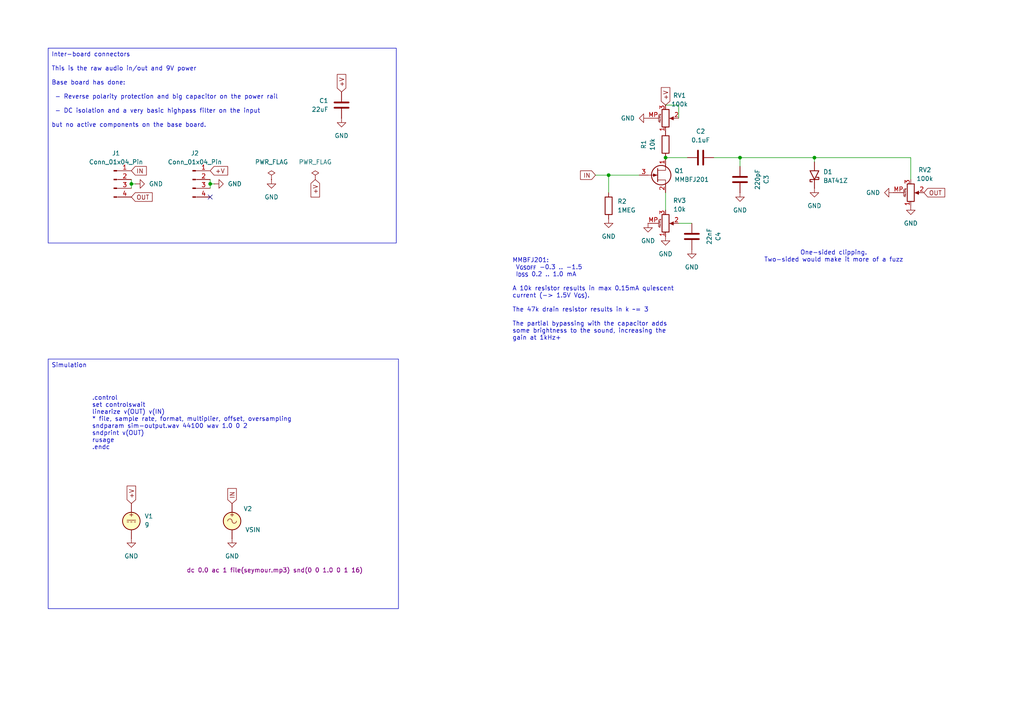
<source format=kicad_sch>
(kicad_sch (version 20231212) (generator "eeschema") (generator_version "9.0")
  (paper "A4")
  (title_block (title "Discrete JFET fuzz") (date "2025-07-08") (rev "v1.0"))
  (lib_symbols
    (symbol "Connector:Conn_01x04_Pin" (pin_names (offset 1.016) (hide yes))
      (property "Reference" "J" (at 0 5.08 0))
      (property "Value" "Conn_01x04_Pin" (at 0 -7.62 0))
      (symbol "Conn_01x04_Pin_1_1"
        (rectangle (start 0.8636 2.667) (end 0 2.413) (stroke (width 0.1524)) (fill (type outline)))
        (rectangle (start 0.8636 0.127) (end 0 -0.127) (stroke (width 0.1524)) (fill (type outline)))
        (rectangle (start 0.8636 -2.413) (end 0 -2.667) (stroke (width 0.1524)) (fill (type outline)))
        (rectangle (start 0.8636 -4.953) (end 0 -5.207) (stroke (width 0.1524)) (fill (type outline)))
        (polyline (pts (xy 1.27 2.54) (xy 0.8636 2.54)) (stroke (width 0.1524)))
        (polyline (pts (xy 1.27 0) (xy 0.8636 0)) (stroke (width 0.1524)))
        (polyline (pts (xy 1.27 -2.54) (xy 0.8636 -2.54)) (stroke (width 0.1524)))
        (polyline (pts (xy 1.27 -5.08) (xy 0.8636 -5.08)) (stroke (width 0.1524)))
        (pin passive line (at 5.08 2.54 180) (length 3.81) (name "Pin_1") (number "1"))
        (pin passive line (at 5.08 0 180) (length 3.81) (name "Pin_2") (number "2"))
        (pin passive line (at 5.08 -2.54 180) (length 3.81) (name "Pin_3") (number "3"))
        (pin passive line (at 5.08 -5.08 180) (length 3.81) (name "Pin_4") (number "4"))
      )
    )
    (symbol "Device:C" (pin_numbers (hide yes)) (pin_names (offset 0.254))
      (property "Reference" "C" (at 0.635 2.54 0))
      (property "Value" "C" (at 0.635 -2.54 0))
      (symbol "C_0_1"
        (polyline (pts (xy -2.032 0.762) (xy 2.032 0.762)) (stroke (width 0.508)))
        (polyline (pts (xy -2.032 -0.762) (xy 2.032 -0.762)) (stroke (width 0.508)))
      )
      (symbol "C_1_1"
        (pin passive line (at 0 3.81 270) (length 2.794) (name "") (number "1"))
        (pin passive line (at 0 -3.81 90) (length 2.794) (name "") (number "2"))
      )
    )
    (symbol "Device:R" (pin_numbers (hide yes)) (pin_names (offset 0))
      (property "Reference" "R" (at 2.032 0 90))
      (property "Value" "R" (at 0 0 90))
      (symbol "R_0_1"
        (rectangle (start -1.016 -2.54) (end 1.016 2.54) (stroke (width 0.254)))
      )
      (symbol "R_1_1"
        (pin passive line (at 0 3.81 270) (length 1.27) (name "") (number "1"))
        (pin passive line (at 0 -3.81 90) (length 1.27) (name "") (number "2"))
      )
    )
    (symbol "Device:R_Potentiometer_MountingPin" (pin_names (offset 1.016) (hide yes))
      (property "Reference" "RV" (at -8.255 0 90))
      (property "Value" "R_Potentiometer_MountingPin" (at -6.35 0 90))
      (symbol "R_Potentiometer_MountingPin_0_1"
        (rectangle (start 1.016 2.54) (end -1.016 -2.54) (stroke (width 0.254)))
        (polyline (pts (xy 1.143 0) (xy 2.286 0.508) (xy 2.286 -0.508)) (fill (type outline)))
        (polyline (pts (xy 2.54 0) (xy 1.524 0)))
      )
      (symbol "R_Potentiometer_MountingPin_1_1"
        (polyline (pts (xy -2.032 1.016) (xy -2.032 -1.016)) (stroke (width 0.1524)))
        (text "Mounting" (at -1.651 0 900) (effects (font (size 0.381 0.381))))
        (pin passive line (at -5.08 0 0) (length 3.048) (name "MountPin") (number "MP"))
        (pin passive line (at 0 3.81 270) (length 1.27) (name "1") (number "1"))
        (pin passive line (at 0 -3.81 90) (length 1.27) (name "3") (number "3"))
        (pin passive line (at 3.81 0 180) (length 1.27) (name "2") (number "2"))
      )
    )
    (symbol "Mylib:BAT41ZFILM" (pin_numbers (hide yes)) (pin_names (hide yes))
      (property "Reference" "D" (at 0 2.794 0))
      (property "Value" "BAT41Z" (at 0 5.08 0))
      (symbol "BAT41ZFILM_0_1"
        (polyline (pts (xy -1.905 0.635) (xy -1.905 1.27) (xy -1.27 1.27) (xy -1.27 -1.27) (xy -0.635 -1.27) (xy -0.635 -0.635)) (stroke (width 0.254)))
        (polyline (pts (xy 1.27 1.27) (xy 1.27 -1.27) (xy -1.27 0) (xy 1.27 1.27)) (stroke (width 0.254)))
      )
      (symbol "BAT41ZFILM_1_1"
        (pin passive line (at -3.81 0 0) (length 2.54) (name "K") (number "1"))
        (pin passive line (at 3.81 0 180) (length 2.54) (name "A") (number "2"))
      )
    )
    (symbol "Simulation_SPICE:VDC" (pin_numbers (hide yes)) (pin_names (offset 0.0254))
      (property "Reference" "V" (at 2.54 2.54 0))
      (property "Value" "1" (at 2.54 0 0))
      (symbol "VDC_0_0"
        (polyline (pts (xy -1.27 0.254) (xy 1.27 0.254)))
        (polyline (pts (xy -0.762 -0.254) (xy -1.27 -0.254)))
        (polyline (pts (xy 0.254 -0.254) (xy -0.254 -0.254)))
        (polyline (pts (xy 1.27 -0.254) (xy 0.762 -0.254)))
        (text "+" (at 0 1.905 0) (effects (font (size 1.27 1.27))))
      )
      (symbol "VDC_0_1"
        (circle (center 0 0) (radius 2.54) (stroke (width 0.254)) (fill (type background)))
      )
      (symbol "VDC_1_1"
        (pin passive line (at 0 5.08 270) (length 2.54) (name "") (number "1"))
        (pin passive line (at 0 -5.08 90) (length 2.54) (name "") (number "2"))
      )
    )
    (symbol "Simulation_SPICE:VSIN" (pin_numbers (hide yes)) (pin_names (offset 0.0254))
      (property "Reference" "V" (at 2.54 2.54 0))
      (property "Value" "VSIN" (at 2.54 0 0))
      (property "Sim.Params" "dc=0 ampl=1 f=1k ac=1" (at 2.54 -2.54 0))
      (symbol "VSIN_0_0"
        (arc (start -1.27 0) (mid -0.635 0.6323) (end 0 0))
        (arc (start 1.27 0) (mid 0.635 -0.6323) (end 0 0))
        (text "+" (at 0 1.905 0) (effects (font (size 1.27 1.27))))
      )
      (symbol "VSIN_0_1"
        (circle (center 0 0) (radius 2.54) (stroke (width 0.254)) (fill (type background)))
      )
      (symbol "VSIN_1_1"
        (pin passive line (at 0 5.08 270) (length 2.54) (name "") (number "1"))
        (pin passive line (at 0 -5.08 90) (length 2.54) (name "") (number "2"))
      )
    )
    (symbol "Transistor_FET:MMBFJ112" (pin_names (hide yes))
      (property "Reference" "Q" (at 5.08 1.905 0))
      (property "Value" "MMBFJ112" (at 5.08 0 0))
      (symbol "MMBFJ112_0_1"
        (polyline (pts (xy 0 0) (xy -1.016 0.381) (xy -1.016 -0.381) (xy 0 0)) (fill (type outline)))
        (polyline (pts (xy 0.254 1.905) (xy 0.254 -1.905)) (stroke (width 0.254)))
        (polyline (pts (xy 0.254 0) (xy -2.54 0)))
        (circle (center 1.27 0) (radius 2.8194) (stroke (width 0.254)))
        (polyline (pts (xy 2.54 2.54) (xy 2.54 1.397) (xy 0.254 1.397)))
        (polyline (pts (xy 2.54 -2.54) (xy 2.54 -1.397) (xy 0.254 -1.397)))
      )
      (symbol "MMBFJ112_1_1"
        (pin input line (at -5.08 0 0) (length 2.54) (name "G") (number "3"))
        (pin passive line (at 2.54 5.08 270) (length 2.54) (name "D") (number "1"))
        (pin passive line (at 2.54 -5.08 90) (length 2.54) (name "S") (number "2"))
      )
    )
    (symbol "power:GND" (power) (pin_numbers (hide yes)) (pin_names (offset 0) (hide yes))
      (property "Value" "GND" (at 0 -3.81 0))
      (symbol "GND_0_1"
        (polyline (pts (xy 0 0) (xy 0 -1.27) (xy 1.27 -1.27) (xy 0 -2.54) (xy -1.27 -1.27) (xy 0 -1.27)))
      )
      (symbol "GND_1_1"
        (pin power_in line (at 0 0 270) (length 0) (name "") (number "1"))
      )
    )
    (symbol "power:PWR_FLAG" (power) (pin_numbers (hide yes)) (pin_names (offset 0) (hide yes))
      (property "Value" "PWR_FLAG" (at 0 3.81 0))
      (symbol "PWR_FLAG_0_0"
        (pin power_out line (at 0 0 90) (length 0) (name "") (number "1"))
      )
      (symbol "PWR_FLAG_0_1"
        (polyline (pts (xy 0 0) (xy 0 1.27) (xy -1.016 1.905) (xy 0 2.54) (xy 1.016 1.905) (xy 0 1.27)))
      )
    )
  )
  (text "MMBFJ201:\n V_{GSOFF} -0.3 .. -1.5\n I_{DSS} 0.2 .. 1.0 mA\n\nA 10k resistor results in max 0.15mA quiescent\ncurrent (-> 1.5V V_{GS}).\n\nThe 47k drain resistor results in k ~= 3\n\nThe partial bypassing with the capacitor adds\nsome brightness to the sound, increasing the\ngain at 1kHz+" (at 148.59 86.868 0) (effects (font (size 1.27 1.27)) (justify left)))
  (text "One-sided clipping.\nTwo-sided would make it more of a fuzz" (at 241.808 74.422 0) (effects (font (size 1.27 1.27))))
  (text ".control\nset controlswait\nlinearize v(OUT) v(IN)\n* file, sample rate, format, multiplier, offset, oversampling\nsndparam sim-output.wav 44100 wav 1.0 0 2\nsndprint v(OUT)\nrusage\n.endc\n" (at 26.67 122.682 0) (effects (font (size 1.27 1.27)) (justify left)))
  (text_box "Simulation" (at 13.97 104.14 0) (size 101.6 72.39) (margins 0.9525 0.9525 0.9525 0.9525) (effects (font (size 1.27 1.27)) (justify left top)))
  (text_box "Inter-board connectors\n\nThis is the raw audio in/out and 9V power\n\nBase board has done:\n\n - Reverse polarity protection and big capacitor on the power rail\n\n - DC isolation and a very basic highpass filter on the input\n\nbut no active components on the base board." (at 13.97 13.97 0) (size 100.965 56.515) (margins 0.9525 0.9525 0.9525 0.9525) (effects (font (size 1.27 1.27)) (justify left top)))
  (junction (at 214.63 45.72))
  (junction (at 176.53 50.8))
  (junction (at 38.1 53.34))
  (junction (at 60.96 53.34))
  (junction (at 236.22 45.72))
  (junction (at 193.04 45.72))
  (no_connect (at 60.96 57.15))
  (wire (pts (xy 207.01 45.72) (xy 214.63 45.72)))
  (wire (pts (xy 196.85 64.77) (xy 200.66 64.77)))
  (wire (pts (xy 38.1 52.07) (xy 38.1 53.34)))
  (wire (pts (xy 214.63 48.26) (xy 214.63 45.72)))
  (wire (pts (xy 214.63 45.72) (xy 236.22 45.72)))
  (wire (pts (xy 38.1 53.34) (xy 39.37 53.34)))
  (wire (pts (xy 60.96 53.34) (xy 60.96 54.61)))
  (wire (pts (xy 236.22 45.72) (xy 264.16 45.72)))
  (wire (pts (xy 236.22 46.99) (xy 236.22 45.72)))
  (wire (pts (xy 196.85 30.48) (xy 193.04 30.48)))
  (wire (pts (xy 193.04 55.88) (xy 193.04 60.96)))
  (wire (pts (xy 38.1 53.34) (xy 38.1 54.61)))
  (wire (pts (xy 193.04 45.72) (xy 199.39 45.72)))
  (wire (pts (xy 172.72 50.8) (xy 176.53 50.8)))
  (wire (pts (xy 176.53 50.8) (xy 176.53 55.88)))
  (wire (pts (xy 60.96 53.34) (xy 62.23 53.34)))
  (wire (pts (xy 196.85 34.29) (xy 196.85 30.48)))
  (wire (pts (xy 176.53 50.8) (xy 185.42 50.8)))
  (wire (pts (xy 264.16 45.72) (xy 264.16 52.07)))
  (wire (pts (xy 60.96 52.07) (xy 60.96 53.34)))
  (global_label "+V" (shape input) (at 99.06 26.67 90) (property "Intersheetrefs" "${INTERSHEET_REFS}" (hide yes)))
  (global_label "+V" (shape input) (at 38.1 146.05 90) (property "Intersheetrefs" "${INTERSHEET_REFS}" (hide yes)))
  (global_label "OUT" (shape input) (at 38.1 57.15 0) (property "Intersheetrefs" "${INTERSHEET_REFS}" (hide yes)))
  (global_label "+V" (shape input) (at 91.44 52.07 270) (property "Intersheetrefs" "${INTERSHEET_REFS}" (hide yes)))
  (global_label "IN" (shape input) (at 38.1 49.53 0) (property "Intersheetrefs" "${INTERSHEET_REFS}" (hide yes)))
  (global_label "+V" (shape input) (at 60.96 49.53 0) (property "Intersheetrefs" "${INTERSHEET_REFS}" (hide yes)))
  (global_label "+V" (shape input) (at 193.04 30.48 90) (property "Intersheetrefs" "${INTERSHEET_REFS}" (hide yes)))
  (global_label "IN" (shape input) (at 172.72 50.8 180) (property "Intersheetrefs" "${INTERSHEET_REFS}" (hide yes)))
  (global_label "OUT" (shape input) (at 267.97 55.88 0) (property "Intersheetrefs" "${INTERSHEET_REFS}" (hide yes)))
  (global_label "IN" (shape input) (at 67.31 146.05 90) (property "Intersheetrefs" "${INTERSHEET_REFS}" (hide yes)))
  (symbol (lib_id "Device:C") (at 200.66 68.58 0) (mirror x) (unit 1)
    (property "Reference" "C4" (at 208.28 68.58 90))
    (property "Value" "22nF" (at 205.74 68.58 90))
    (property "Footprint" "Capacitor_SMD:C_0805_2012Metric" (hide yes))
    (property "Description" "Unpolarized capacitor" (hide yes))
  )
  (symbol (lib_id "power:PWR_FLAG") (at 91.44 52.07 0) (unit 1)
    (property "Reference" "#FLG02" (hide yes))
    (property "Value" "PWR_FLAG" (at 91.44 46.99 0))
    (property "Description" "Special symbol for telling ERC where power comes from" (hide yes))
  )
  (symbol (lib_id "power:PWR_FLAG") (at 78.74 52.07 0) (unit 1)
    (property "Reference" "#FLG01" (hide yes))
    (property "Value" "PWR_FLAG" (at 78.74 46.99 0))
    (property "Description" "Special symbol for telling ERC where power comes from" (hide yes))
  )
  (symbol (lib_id "power:GND") (at 264.16 59.69 0) (unit 1)
    (property "Reference" "#PWR09" (hide yes))
    (property "Value" "GND" (at 264.16 64.77 0))
    (property "Description" "Power symbol creates a global label with name \"GND\" , ground" (hide yes))
  )
  (symbol (lib_id "power:GND") (at 236.22 54.61 0) (unit 1)
    (property "Reference" "#PWR06" (hide yes))
    (property "Value" "GND" (at 236.22 59.69 0))
    (property "Description" "Power symbol creates a global label with name \"GND\" , ground" (hide yes))
  )
  (symbol (lib_id "power:GND") (at 62.23 53.34 90) (unit 1)
    (property "Reference" "#PWR05" (hide yes))
    (property "Value" "GND" (at 66.04 53.3399 90) (effects (justify right)))
    (property "Description" "Power symbol creates a global label with name \"GND\" , ground" (hide yes))
  )
  (symbol (lib_id "Device:R_Potentiometer_MountingPin") (at 193.04 64.77 0) (mirror x) (unit 1)
    (property "Reference" "RV3" (at 197.104 58.166 0))
    (property "Value" "10k" (at 197.104 60.706 0))
    (property "Footprint" "Mylib:Potentiometer_9mm_MP" (hide yes))
    (property "Description" "Potentiometer with a mounting pin" (hide yes))
    (property "Sim.Device" "R" (hide yes))
    (property "Sim.Type" "POT" (hide yes))
    (property "Sim.Pins" "1=r0 2=wiper 3=r1" (hide yes))
    (property "Sim.Params" "r=10k pos=0.5" (hide yes))
  )
  (symbol (lib_id "power:GND") (at 200.66 72.39 0) (unit 1)
    (property "Reference" "#PWR013" (hide yes))
    (property "Value" "GND" (at 200.66 77.47 0))
    (property "Description" "Power symbol creates a global label with name \"GND\" , ground" (hide yes))
  )
  (symbol (lib_id "power:GND") (at 38.1 156.21 0) (unit 1)
    (property "Reference" "#PWR014" (hide yes))
    (property "Value" "GND" (at 38.1 161.29 0))
    (property "Description" "Power symbol creates a global label with name \"GND\" , ground" (hide yes))
  )
  (symbol (lib_id "Mylib:BAT41ZFILM") (at 236.22 50.8 90) (unit 1)
    (property "Reference" "D1" (at 238.76 49.8474 90) (effects (justify right)))
    (property "Value" "BAT41Z" (at 238.76 52.3874 90) (effects (justify right)))
    (property "Footprint" "Diode_SMD:D_SOD-123" (hide yes))
    (property "Datasheet" "https://www.mouser.com/datasheet/2/389/bat41-1848934.pdf" (hide yes))
    (property "Description" "100 V, 200 mA Surface Mount General Purpose Signal Schottky Diode" (hide yes))
    (property "Sim.Device" "D" (hide yes))
    (property "Sim.Pins" "1=K 2=A" (hide yes))
    (property "Sim.Library" "/home/torvalds/KiCad/sim/BAT41.lib" (hide yes))
    (property "Sim.Name" "BAT41" (hide yes))
  )
  (symbol (lib_id "Device:R_Potentiometer_MountingPin") (at 264.16 55.88 0) (mirror x) (unit 1)
    (property "Reference" "RV2" (at 268.224 49.276 0))
    (property "Value" "100k" (at 268.224 51.816 0))
    (property "Footprint" "Mylib:Potentiometer_9mm_MP" (hide yes))
    (property "Description" "Potentiometer with a mounting pin" (hide yes))
    (property "Sim.Device" "R" (hide yes))
    (property "Sim.Type" "POT" (hide yes))
    (property "Sim.Pins" "1=r0 2=wiper 3=r1" (hide yes))
    (property "Sim.Params" "r=100k pos=0.5" (hide yes))
  )
  (symbol (lib_id "Device:C") (at 203.2 45.72 270) (mirror x) (unit 1)
    (property "Reference" "C2" (at 203.2 38.1 90))
    (property "Value" "0.1uF" (at 203.2 40.64 90))
    (property "Footprint" "Mylib:C_0704_1810Metric" (hide yes))
    (property "Description" "Unpolarized capacitor" (hide yes))
  )
  (symbol (lib_id "power:GND") (at 78.74 52.07 0) (unit 1)
    (property "Reference" "#PWR03" (hide yes))
    (property "Value" "GND" (at 78.74 57.15 0))
    (property "Description" "Power symbol creates a global label with name \"GND\" , ground" (hide yes))
  )
  (symbol (lib_id "power:GND") (at 187.96 34.29 270) (unit 1)
    (property "Reference" "#PWR02" (hide yes))
    (property "Value" "GND" (at 184.15 34.2899 90) (effects (justify right)))
    (property "Description" "Power symbol creates a global label with name \"GND\" , ground" (hide yes))
  )
  (symbol (lib_id "power:GND") (at 176.53 63.5 0) (unit 1)
    (property "Reference" "#PWR010" (hide yes))
    (property "Value" "GND" (at 176.53 68.58 0))
    (property "Description" "Power symbol creates a global label with name \"GND\" , ground" (hide yes))
  )
  (symbol (lib_id "Connector:Conn_01x04_Pin") (at 33.02 52.07 0) (unit 1) (exclude_from_sim yes)
    (property "Reference" "J1" (at 33.655 44.45 0))
    (property "Value" "Conn_01x04_Pin" (at 33.655 46.99 0))
    (property "Footprint" "Connector_PinHeader_2.54mm:PinHeader_1x04_P2.54mm_Vertical" (hide yes))
    (property "Description" "Generic connector, single row, 01x04, script generated" (hide yes))
  )
  (symbol (lib_id "power:GND") (at 67.31 156.21 0) (unit 1)
    (property "Reference" "#PWR015" (hide yes))
    (property "Value" "GND" (at 67.31 161.29 0))
    (property "Description" "Power symbol creates a global label with name \"GND\" , ground" (hide yes))
  )
  (symbol (lib_id "power:GND") (at 193.04 68.58 0) (unit 1)
    (property "Reference" "#PWR012" (hide yes))
    (property "Value" "GND" (at 193.04 73.66 0))
    (property "Description" "Power symbol creates a global label with name \"GND\" , ground" (hide yes))
  )
  (symbol (lib_id "Device:R") (at 176.53 59.69 0) (unit 1)
    (property "Reference" "R2" (at 179.07 58.4199 0) (effects (justify left)))
    (property "Value" "1MEG" (at 179.07 60.96 0) (effects (justify left)))
    (property "Footprint" "Resistor_SMD:R_0805_2012Metric_Pad1.20x1.40mm_HandSolder" (hide yes))
    (property "Description" "Resistor" (hide yes))
  )
  (symbol (lib_id "power:GND") (at 99.06 34.29 0) (unit 1)
    (property "Reference" "#PWR01" (hide yes))
    (property "Value" "GND" (at 99.06 39.37 0))
    (property "Description" "Power symbol creates a global label with name \"GND\" , ground" (hide yes))
  )
  (symbol (lib_id "Connector:Conn_01x04_Pin") (at 55.88 52.07 0) (unit 1) (exclude_from_sim yes)
    (property "Reference" "J2" (at 56.515 44.45 0))
    (property "Value" "Conn_01x04_Pin" (at 56.515 46.99 0))
    (property "Footprint" "Connector_PinHeader_2.54mm:PinHeader_1x04_P2.54mm_Vertical" (hide yes))
    (property "Description" "Generic connector, single row, 01x04, script generated" (hide yes))
  )
  (symbol (lib_id "Simulation_SPICE:VDC") (at 38.1 151.13 0) (unit 1) (in_bom no) (on_board no)
    (property "Reference" "V1" (at 41.91 149.7301 0) (effects (justify left)))
    (property "Value" "9" (at 41.91 152.2701 0) (effects (justify left)))
    (property "Datasheet" "https://ngspice.sourceforge.io/docs/ngspice-html-manual/manual.xhtml#sec_Independent_Sources_for" (hide yes))
    (property "Description" "Voltage source, DC" (hide yes))
    (property "Sim.Pins" "1=+ 2=-" (hide yes))
    (property "Sim.Type" "DC" (hide yes))
    (property "Sim.Device" "V" (hide yes))
  )
  (symbol (lib_id "Device:R_Potentiometer_MountingPin") (at 193.04 34.29 0) (mirror x) (unit 1)
    (property "Reference" "RV1" (at 197.104 27.686 0))
    (property "Value" "100k" (at 197.104 30.226 0))
    (property "Footprint" "Mylib:Potentiometer_9mm_MP" (hide yes))
    (property "Description" "Potentiometer with a mounting pin" (hide yes))
    (property "Sim.Device" "R" (hide yes))
    (property "Sim.Type" "POT" (hide yes))
    (property "Sim.Pins" "1=r0 2=wiper 3=r1" (hide yes))
    (property "Sim.Params" "r=100k pos=0.5" (hide yes))
  )
  (symbol (lib_id "power:GND") (at 214.63 55.88 0) (unit 1)
    (property "Reference" "#PWR07" (hide yes))
    (property "Value" "GND" (at 214.63 60.96 0))
    (property "Description" "Power symbol creates a global label with name \"GND\" , ground" (hide yes))
  )
  (symbol (lib_id "power:GND") (at 259.08 55.88 270) (unit 1)
    (property "Reference" "#PWR08" (hide yes))
    (property "Value" "GND" (at 255.27 55.8799 90) (effects (justify right)))
    (property "Description" "Power symbol creates a global label with name \"GND\" , ground" (hide yes))
  )
  (symbol (lib_id "Device:C") (at 214.63 52.07 0) (mirror x) (unit 1)
    (property "Reference" "C3" (at 222.25 52.07 90))
    (property "Value" "220pF" (at 219.71 52.07 90))
    (property "Footprint" "Capacitor_SMD:C_0805_2012Metric" (hide yes))
    (property "Description" "Unpolarized capacitor" (hide yes))
  )
  (symbol (lib_id "Device:C") (at 99.06 30.48 0) (mirror y) (unit 1)
    (property "Reference" "C1" (at 95.25 29.2099 0) (effects (justify left)))
    (property "Value" "22uF" (at 95.25 31.7499 0) (effects (justify left)))
    (property "Footprint" "Capacitor_SMD:C_1206_3216Metric" (hide yes))
    (property "Description" "Unpolarized capacitor" (hide yes))
  )
  (symbol (lib_id "Simulation_SPICE:VSIN") (at 67.31 151.13 0) (unit 1) (in_bom no) (on_board no)
    (property "Reference" "V2" (at 70.612 147.574 0) (effects (justify left)))
    (property "Value" "VSIN" (at 71.12 153.67 0) (effects (justify left)))
    (property "Datasheet" "https://ngspice.sourceforge.io/docs/ngspice-html-manual/manual.xhtml#sec_Independent_Sources_for" (hide yes))
    (property "Description" "Voltage source, sinusoidal" (hide yes))
    (property "Sim.Pins" "1=+ 2=-" (hide yes))
    (property "Sim.Params" "dc 0.0 ac 1 file(seymour.mp3) snd(0 0 1.0 0 1 16)" (at 54.102 165.354 0) (effects (justify left)))
    (property "Sim.Type" "SIN" (hide yes))
    (property "Sim.Device" "V" (hide yes))
  )
  (symbol (lib_id "Device:R") (at 193.04 41.91 180) (unit 1)
    (property "Reference" "R1" (at 186.69 41.91 90))
    (property "Value" "10k" (at 189.23 41.91 90))
    (property "Footprint" "Resistor_SMD:R_0805_2012Metric_Pad1.20x1.40mm_HandSolder" (hide yes))
    (property "Description" "Resistor" (hide yes))
  )
  (symbol (lib_id "Transistor_FET:MMBFJ112") (at 190.5 50.8 0) (unit 1)
    (property "Reference" "Q1" (at 195.58 49.5299 0) (effects (justify left)))
    (property "Value" "MMBFJ201" (at 195.58 52.0699 0) (effects (justify left)))
    (property "Footprint" "Package_TO_SOT_SMD:SOT-23" (hide yes))
    (property "Datasheet" "https://www.onsemi.com/pub/Collateral/MMBFJ113-D.PDF" (hide yes))
    (property "Description" "5mA min, 35V, 50mOhm max, 1-5V Vgs(off), N-Channel JFET, SOT-23" (hide yes))
    (property "Sim.Library" "/home/torvalds/KiCad/sim/mmbfj201.lib" (hide yes))
    (property "Sim.Name" "MMBFJ201" (hide yes))
    (property "Sim.Device" "NJFET" (hide yes))
    (property "Sim.Type" "SHICHMANHODGES" (hide yes))
    (property "Sim.Pins" "1=D 2=S 3=G" (hide yes))
  )
  (symbol (lib_id "power:GND") (at 187.96 64.77 0) (unit 1)
    (property "Reference" "#PWR011" (hide yes))
    (property "Value" "GND" (at 187.96 69.85 0))
    (property "Description" "Power symbol creates a global label with name \"GND\" , ground" (hide yes))
  )
  (symbol (lib_id "power:GND") (at 39.37 53.34 90) (unit 1)
    (property "Reference" "#PWR04" (hide yes))
    (property "Value" "GND" (at 43.18 53.3399 90) (effects (justify right)))
    (property "Description" "Power symbol creates a global label with name \"GND\" , ground" (hide yes))
  )
)
</source>
